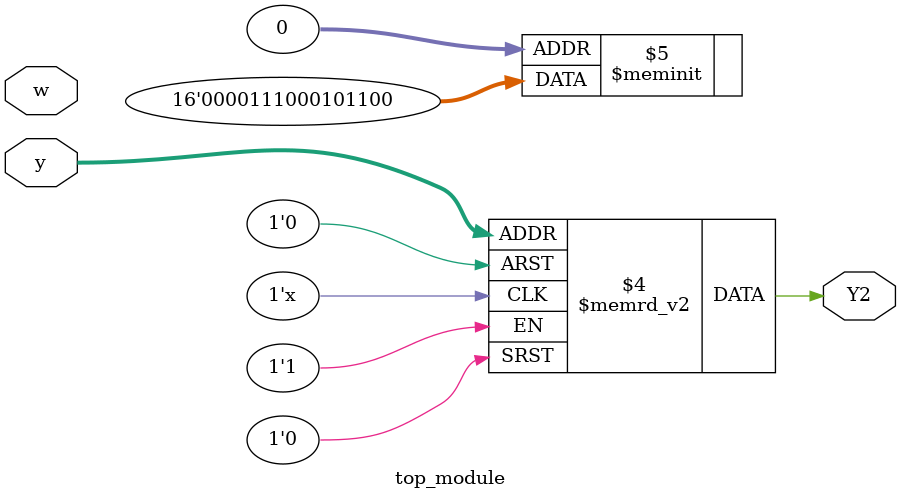
<source format=sv>
module top_module(
    input [3:0] y,
    input w,
    output reg Y2);

    always @* begin
        case (y)
            4'h0: Y2 = 0;
            4'h1: Y2 = 0;
            4'h2: Y2 = 1;
            4'h3: Y2 = 1;
            4'h4: Y2 = 0;
            4'h5: Y2 = 1;
            4'h6: Y2 = 0;
            4'h7: Y2 = 0;
            4'h8: Y2 = 0;
            4'h9: Y2 = 1;
            4'hA: Y2 = 1;
            4'hB: Y2 = 1;
            default: Y2 = 0;
        endcase
    end
endmodule

</source>
